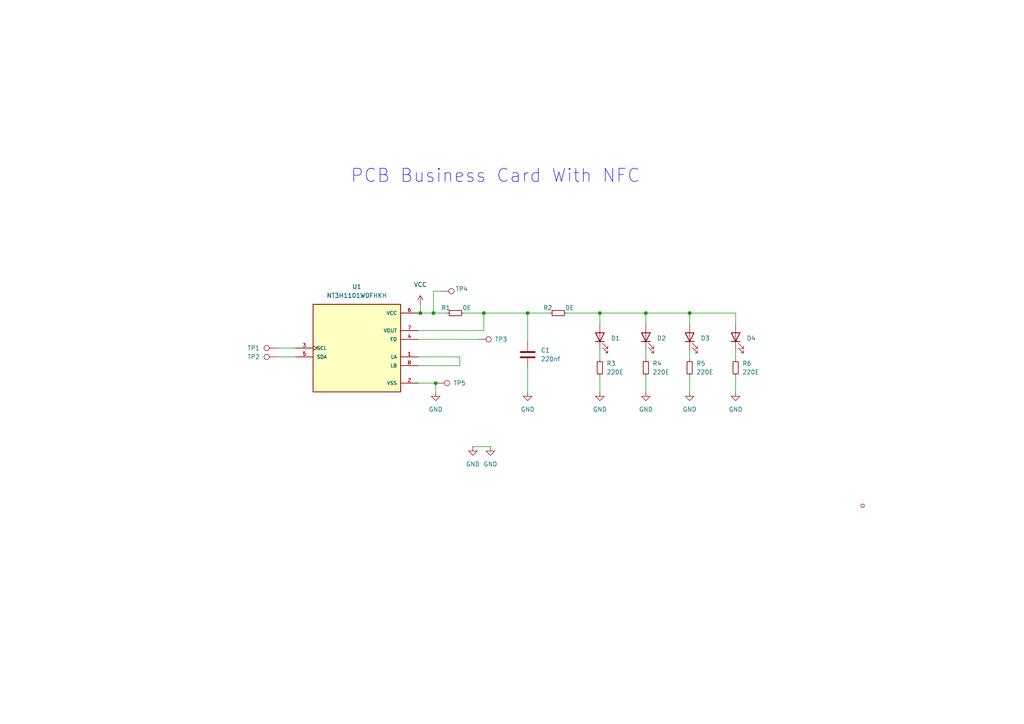
<source format=kicad_sch>
(kicad_sch
	(version 20231120)
	(generator "eeschema")
	(generator_version "8.0")
	(uuid "7f5acc34-4bdc-4614-918e-a91e0be7a014")
	(paper "A4")
	(lib_symbols
		(symbol "Connector:TestPoint"
			(pin_numbers hide)
			(pin_names
				(offset 0.762) hide)
			(exclude_from_sim no)
			(in_bom yes)
			(on_board yes)
			(property "Reference" "TP"
				(at 0 6.858 0)
				(effects
					(font
						(size 1.27 1.27)
					)
				)
			)
			(property "Value" "TestPoint"
				(at 0 5.08 0)
				(effects
					(font
						(size 1.27 1.27)
					)
				)
			)
			(property "Footprint" ""
				(at 5.08 0 0)
				(effects
					(font
						(size 1.27 1.27)
					)
					(hide yes)
				)
			)
			(property "Datasheet" "~"
				(at 5.08 0 0)
				(effects
					(font
						(size 1.27 1.27)
					)
					(hide yes)
				)
			)
			(property "Description" "test point"
				(at 0 0 0)
				(effects
					(font
						(size 1.27 1.27)
					)
					(hide yes)
				)
			)
			(property "ki_keywords" "test point tp"
				(at 0 0 0)
				(effects
					(font
						(size 1.27 1.27)
					)
					(hide yes)
				)
			)
			(property "ki_fp_filters" "Pin* Test*"
				(at 0 0 0)
				(effects
					(font
						(size 1.27 1.27)
					)
					(hide yes)
				)
			)
			(symbol "TestPoint_0_1"
				(circle
					(center 0 3.302)
					(radius 0.762)
					(stroke
						(width 0)
						(type default)
					)
					(fill
						(type none)
					)
				)
			)
			(symbol "TestPoint_1_1"
				(pin passive line
					(at 0 0 90)
					(length 2.54)
					(name "1"
						(effects
							(font
								(size 1.27 1.27)
							)
						)
					)
					(number "1"
						(effects
							(font
								(size 1.27 1.27)
							)
						)
					)
				)
			)
		)
		(symbol "Connector:TestPoint_Small"
			(pin_numbers hide)
			(pin_names
				(offset 0.762) hide)
			(exclude_from_sim no)
			(in_bom yes)
			(on_board yes)
			(property "Reference" "TP"
				(at 0 3.81 0)
				(effects
					(font
						(size 1.27 1.27)
					)
				)
			)
			(property "Value" "TestPoint_Small"
				(at 0 2.032 0)
				(effects
					(font
						(size 1.27 1.27)
					)
				)
			)
			(property "Footprint" ""
				(at 5.08 0 0)
				(effects
					(font
						(size 1.27 1.27)
					)
					(hide yes)
				)
			)
			(property "Datasheet" "~"
				(at 5.08 0 0)
				(effects
					(font
						(size 1.27 1.27)
					)
					(hide yes)
				)
			)
			(property "Description" "test point"
				(at 0 0 0)
				(effects
					(font
						(size 1.27 1.27)
					)
					(hide yes)
				)
			)
			(property "ki_keywords" "test point tp"
				(at 0 0 0)
				(effects
					(font
						(size 1.27 1.27)
					)
					(hide yes)
				)
			)
			(property "ki_fp_filters" "Pin* Test*"
				(at 0 0 0)
				(effects
					(font
						(size 1.27 1.27)
					)
					(hide yes)
				)
			)
			(symbol "TestPoint_Small_0_1"
				(circle
					(center 0 0)
					(radius 0.508)
					(stroke
						(width 0)
						(type default)
					)
					(fill
						(type none)
					)
				)
			)
			(symbol "TestPoint_Small_1_1"
				(pin passive line
					(at 0 0 90)
					(length 0)
					(name "1"
						(effects
							(font
								(size 1.27 1.27)
							)
						)
					)
					(number "1"
						(effects
							(font
								(size 1.27 1.27)
							)
						)
					)
				)
			)
		)
		(symbol "Device:C"
			(pin_numbers hide)
			(pin_names
				(offset 0.254)
			)
			(exclude_from_sim no)
			(in_bom yes)
			(on_board yes)
			(property "Reference" "C"
				(at 0.635 2.54 0)
				(effects
					(font
						(size 1.27 1.27)
					)
					(justify left)
				)
			)
			(property "Value" "C"
				(at 0.635 -2.54 0)
				(effects
					(font
						(size 1.27 1.27)
					)
					(justify left)
				)
			)
			(property "Footprint" ""
				(at 0.9652 -3.81 0)
				(effects
					(font
						(size 1.27 1.27)
					)
					(hide yes)
				)
			)
			(property "Datasheet" "~"
				(at 0 0 0)
				(effects
					(font
						(size 1.27 1.27)
					)
					(hide yes)
				)
			)
			(property "Description" "Unpolarized capacitor"
				(at 0 0 0)
				(effects
					(font
						(size 1.27 1.27)
					)
					(hide yes)
				)
			)
			(property "ki_keywords" "cap capacitor"
				(at 0 0 0)
				(effects
					(font
						(size 1.27 1.27)
					)
					(hide yes)
				)
			)
			(property "ki_fp_filters" "C_*"
				(at 0 0 0)
				(effects
					(font
						(size 1.27 1.27)
					)
					(hide yes)
				)
			)
			(symbol "C_0_1"
				(polyline
					(pts
						(xy -2.032 -0.762) (xy 2.032 -0.762)
					)
					(stroke
						(width 0.508)
						(type default)
					)
					(fill
						(type none)
					)
				)
				(polyline
					(pts
						(xy -2.032 0.762) (xy 2.032 0.762)
					)
					(stroke
						(width 0.508)
						(type default)
					)
					(fill
						(type none)
					)
				)
			)
			(symbol "C_1_1"
				(pin passive line
					(at 0 3.81 270)
					(length 2.794)
					(name "~"
						(effects
							(font
								(size 1.27 1.27)
							)
						)
					)
					(number "1"
						(effects
							(font
								(size 1.27 1.27)
							)
						)
					)
				)
				(pin passive line
					(at 0 -3.81 90)
					(length 2.794)
					(name "~"
						(effects
							(font
								(size 1.27 1.27)
							)
						)
					)
					(number "2"
						(effects
							(font
								(size 1.27 1.27)
							)
						)
					)
				)
			)
		)
		(symbol "Device:LED"
			(pin_numbers hide)
			(pin_names
				(offset 1.016) hide)
			(exclude_from_sim no)
			(in_bom yes)
			(on_board yes)
			(property "Reference" "D"
				(at 0 2.54 0)
				(effects
					(font
						(size 1.27 1.27)
					)
				)
			)
			(property "Value" "LED"
				(at 0 -2.54 0)
				(effects
					(font
						(size 1.27 1.27)
					)
				)
			)
			(property "Footprint" ""
				(at 0 0 0)
				(effects
					(font
						(size 1.27 1.27)
					)
					(hide yes)
				)
			)
			(property "Datasheet" "~"
				(at 0 0 0)
				(effects
					(font
						(size 1.27 1.27)
					)
					(hide yes)
				)
			)
			(property "Description" "Light emitting diode"
				(at 0 0 0)
				(effects
					(font
						(size 1.27 1.27)
					)
					(hide yes)
				)
			)
			(property "ki_keywords" "LED diode"
				(at 0 0 0)
				(effects
					(font
						(size 1.27 1.27)
					)
					(hide yes)
				)
			)
			(property "ki_fp_filters" "LED* LED_SMD:* LED_THT:*"
				(at 0 0 0)
				(effects
					(font
						(size 1.27 1.27)
					)
					(hide yes)
				)
			)
			(symbol "LED_0_1"
				(polyline
					(pts
						(xy -1.27 -1.27) (xy -1.27 1.27)
					)
					(stroke
						(width 0.254)
						(type default)
					)
					(fill
						(type none)
					)
				)
				(polyline
					(pts
						(xy -1.27 0) (xy 1.27 0)
					)
					(stroke
						(width 0)
						(type default)
					)
					(fill
						(type none)
					)
				)
				(polyline
					(pts
						(xy 1.27 -1.27) (xy 1.27 1.27) (xy -1.27 0) (xy 1.27 -1.27)
					)
					(stroke
						(width 0.254)
						(type default)
					)
					(fill
						(type none)
					)
				)
				(polyline
					(pts
						(xy -3.048 -0.762) (xy -4.572 -2.286) (xy -3.81 -2.286) (xy -4.572 -2.286) (xy -4.572 -1.524)
					)
					(stroke
						(width 0)
						(type default)
					)
					(fill
						(type none)
					)
				)
				(polyline
					(pts
						(xy -1.778 -0.762) (xy -3.302 -2.286) (xy -2.54 -2.286) (xy -3.302 -2.286) (xy -3.302 -1.524)
					)
					(stroke
						(width 0)
						(type default)
					)
					(fill
						(type none)
					)
				)
			)
			(symbol "LED_1_1"
				(pin passive line
					(at -3.81 0 0)
					(length 2.54)
					(name "K"
						(effects
							(font
								(size 1.27 1.27)
							)
						)
					)
					(number "1"
						(effects
							(font
								(size 1.27 1.27)
							)
						)
					)
				)
				(pin passive line
					(at 3.81 0 180)
					(length 2.54)
					(name "A"
						(effects
							(font
								(size 1.27 1.27)
							)
						)
					)
					(number "2"
						(effects
							(font
								(size 1.27 1.27)
							)
						)
					)
				)
			)
		)
		(symbol "Device:R_Small"
			(pin_numbers hide)
			(pin_names
				(offset 0.254) hide)
			(exclude_from_sim no)
			(in_bom yes)
			(on_board yes)
			(property "Reference" "R"
				(at 0.762 0.508 0)
				(effects
					(font
						(size 1.27 1.27)
					)
					(justify left)
				)
			)
			(property "Value" "R_Small"
				(at 0.762 -1.016 0)
				(effects
					(font
						(size 1.27 1.27)
					)
					(justify left)
				)
			)
			(property "Footprint" ""
				(at 0 0 0)
				(effects
					(font
						(size 1.27 1.27)
					)
					(hide yes)
				)
			)
			(property "Datasheet" "~"
				(at 0 0 0)
				(effects
					(font
						(size 1.27 1.27)
					)
					(hide yes)
				)
			)
			(property "Description" "Resistor, small symbol"
				(at 0 0 0)
				(effects
					(font
						(size 1.27 1.27)
					)
					(hide yes)
				)
			)
			(property "ki_keywords" "R resistor"
				(at 0 0 0)
				(effects
					(font
						(size 1.27 1.27)
					)
					(hide yes)
				)
			)
			(property "ki_fp_filters" "R_*"
				(at 0 0 0)
				(effects
					(font
						(size 1.27 1.27)
					)
					(hide yes)
				)
			)
			(symbol "R_Small_0_1"
				(rectangle
					(start -0.762 1.778)
					(end 0.762 -1.778)
					(stroke
						(width 0.2032)
						(type default)
					)
					(fill
						(type none)
					)
				)
			)
			(symbol "R_Small_1_1"
				(pin passive line
					(at 0 2.54 270)
					(length 0.762)
					(name "~"
						(effects
							(font
								(size 1.27 1.27)
							)
						)
					)
					(number "1"
						(effects
							(font
								(size 1.27 1.27)
							)
						)
					)
				)
				(pin passive line
					(at 0 -2.54 90)
					(length 0.762)
					(name "~"
						(effects
							(font
								(size 1.27 1.27)
							)
						)
					)
					(number "2"
						(effects
							(font
								(size 1.27 1.27)
							)
						)
					)
				)
			)
		)
		(symbol "GND_1"
			(power)
			(pin_numbers hide)
			(pin_names
				(offset 0) hide)
			(exclude_from_sim no)
			(in_bom yes)
			(on_board yes)
			(property "Reference" "#PWR"
				(at 0 -6.35 0)
				(effects
					(font
						(size 1.27 1.27)
					)
					(hide yes)
				)
			)
			(property "Value" "GND"
				(at 0 -3.81 0)
				(effects
					(font
						(size 1.27 1.27)
					)
				)
			)
			(property "Footprint" ""
				(at 0 0 0)
				(effects
					(font
						(size 1.27 1.27)
					)
					(hide yes)
				)
			)
			(property "Datasheet" ""
				(at 0 0 0)
				(effects
					(font
						(size 1.27 1.27)
					)
					(hide yes)
				)
			)
			(property "Description" "Power symbol creates a global label with name \"GND\" , ground"
				(at 0 0 0)
				(effects
					(font
						(size 1.27 1.27)
					)
					(hide yes)
				)
			)
			(property "ki_keywords" "global power"
				(at 0 0 0)
				(effects
					(font
						(size 1.27 1.27)
					)
					(hide yes)
				)
			)
			(symbol "GND_1_0_1"
				(polyline
					(pts
						(xy 0 0) (xy 0 -1.27) (xy 1.27 -1.27) (xy 0 -2.54) (xy -1.27 -1.27) (xy 0 -1.27)
					)
					(stroke
						(width 0)
						(type default)
					)
					(fill
						(type none)
					)
				)
			)
			(symbol "GND_1_1_1"
				(pin power_in line
					(at 0 0 270)
					(length 0)
					(name "~"
						(effects
							(font
								(size 1.27 1.27)
							)
						)
					)
					(number "1"
						(effects
							(font
								(size 1.27 1.27)
							)
						)
					)
				)
			)
		)
		(symbol "GND_2"
			(power)
			(pin_numbers hide)
			(pin_names
				(offset 0) hide)
			(exclude_from_sim no)
			(in_bom yes)
			(on_board yes)
			(property "Reference" "#PWR"
				(at 0 -6.35 0)
				(effects
					(font
						(size 1.27 1.27)
					)
					(hide yes)
				)
			)
			(property "Value" "GND"
				(at 0 -3.81 0)
				(effects
					(font
						(size 1.27 1.27)
					)
				)
			)
			(property "Footprint" ""
				(at 0 0 0)
				(effects
					(font
						(size 1.27 1.27)
					)
					(hide yes)
				)
			)
			(property "Datasheet" ""
				(at 0 0 0)
				(effects
					(font
						(size 1.27 1.27)
					)
					(hide yes)
				)
			)
			(property "Description" "Power symbol creates a global label with name \"GND\" , ground"
				(at 0 0 0)
				(effects
					(font
						(size 1.27 1.27)
					)
					(hide yes)
				)
			)
			(property "ki_keywords" "global power"
				(at 0 0 0)
				(effects
					(font
						(size 1.27 1.27)
					)
					(hide yes)
				)
			)
			(symbol "GND_2_0_1"
				(polyline
					(pts
						(xy 0 0) (xy 0 -1.27) (xy 1.27 -1.27) (xy 0 -2.54) (xy -1.27 -1.27) (xy 0 -1.27)
					)
					(stroke
						(width 0)
						(type default)
					)
					(fill
						(type none)
					)
				)
			)
			(symbol "GND_2_1_1"
				(pin power_in line
					(at 0 0 270)
					(length 0)
					(name "~"
						(effects
							(font
								(size 1.27 1.27)
							)
						)
					)
					(number "1"
						(effects
							(font
								(size 1.27 1.27)
							)
						)
					)
				)
			)
		)
		(symbol "NT3H1101W0FHKH:NT3H1101W0FHKH"
			(pin_names
				(offset 1.016)
			)
			(exclude_from_sim no)
			(in_bom yes)
			(on_board yes)
			(property "Reference" "U"
				(at -12.7 13.462 0)
				(effects
					(font
						(size 1.27 1.27)
					)
					(justify left bottom)
				)
			)
			(property "Value" "NT3H1101W0FHKH"
				(at -12.7 -15.24 0)
				(effects
					(font
						(size 1.27 1.27)
					)
					(justify left bottom)
				)
			)
			(property "Footprint" "IC_NT3H1101W0FHKH"
				(at 0 0 0)
				(effects
					(font
						(size 1.27 1.27)
					)
					(justify bottom)
					(hide yes)
				)
			)
			(property "Datasheet" ""
				(at 0 0 0)
				(effects
					(font
						(size 1.27 1.27)
					)
					(hide yes)
				)
			)
			(property "Description" ""
				(at 0 0 0)
				(effects
					(font
						(size 1.27 1.27)
					)
					(hide yes)
				)
			)
			(property "MANUFACTURER" "NXP"
				(at 0 0 0)
				(effects
					(font
						(size 1.27 1.27)
					)
					(justify bottom)
					(hide yes)
				)
			)
			(property "SNAPEDA_PACKAGE_ID" "7291"
				(at 0 0 0)
				(effects
					(font
						(size 1.27 1.27)
					)
					(justify bottom)
					(hide yes)
				)
			)
			(property "STANDARD" "Manufacturer Recommendations"
				(at 0 0 0)
				(effects
					(font
						(size 1.27 1.27)
					)
					(justify bottom)
					(hide yes)
				)
			)
			(property "PARTREV" "3.3"
				(at 0 0 0)
				(effects
					(font
						(size 1.27 1.27)
					)
					(justify bottom)
					(hide yes)
				)
			)
			(property "MAXIMUM_PACKAGE_HEIGHT" "0.5mm"
				(at 0 0 0)
				(effects
					(font
						(size 1.27 1.27)
					)
					(justify bottom)
					(hide yes)
				)
			)
			(symbol "NT3H1101W0FHKH_0_0"
				(rectangle
					(start -12.7 -12.7)
					(end 12.7 12.7)
					(stroke
						(width 0.254)
						(type default)
					)
					(fill
						(type background)
					)
				)
				(pin bidirectional line
					(at 17.78 -2.54 180)
					(length 5.08)
					(name "LA"
						(effects
							(font
								(size 1.016 1.016)
							)
						)
					)
					(number "1"
						(effects
							(font
								(size 1.016 1.016)
							)
						)
					)
				)
				(pin power_in line
					(at 17.78 -10.16 180)
					(length 5.08)
					(name "VSS"
						(effects
							(font
								(size 1.016 1.016)
							)
						)
					)
					(number "2"
						(effects
							(font
								(size 1.016 1.016)
							)
						)
					)
				)
				(pin input clock
					(at -17.78 0 0)
					(length 5.08)
					(name "SCL"
						(effects
							(font
								(size 1.016 1.016)
							)
						)
					)
					(number "3"
						(effects
							(font
								(size 1.016 1.016)
							)
						)
					)
				)
				(pin output line
					(at 17.78 2.54 180)
					(length 5.08)
					(name "FD"
						(effects
							(font
								(size 1.016 1.016)
							)
						)
					)
					(number "4"
						(effects
							(font
								(size 1.016 1.016)
							)
						)
					)
				)
				(pin bidirectional line
					(at -17.78 -2.54 0)
					(length 5.08)
					(name "SDA"
						(effects
							(font
								(size 1.016 1.016)
							)
						)
					)
					(number "5"
						(effects
							(font
								(size 1.016 1.016)
							)
						)
					)
				)
				(pin power_in line
					(at 17.78 10.16 180)
					(length 5.08)
					(name "VCC"
						(effects
							(font
								(size 1.016 1.016)
							)
						)
					)
					(number "6"
						(effects
							(font
								(size 1.016 1.016)
							)
						)
					)
				)
				(pin output line
					(at 17.78 5.08 180)
					(length 5.08)
					(name "VOUT"
						(effects
							(font
								(size 1.016 1.016)
							)
						)
					)
					(number "7"
						(effects
							(font
								(size 1.016 1.016)
							)
						)
					)
				)
				(pin bidirectional line
					(at 17.78 -5.08 180)
					(length 5.08)
					(name "LB"
						(effects
							(font
								(size 1.016 1.016)
							)
						)
					)
					(number "8"
						(effects
							(font
								(size 1.016 1.016)
							)
						)
					)
				)
			)
		)
		(symbol "power:GND"
			(power)
			(pin_names
				(offset 0)
			)
			(exclude_from_sim no)
			(in_bom yes)
			(on_board yes)
			(property "Reference" "#PWR"
				(at 0 -6.35 0)
				(effects
					(font
						(size 1.27 1.27)
					)
					(hide yes)
				)
			)
			(property "Value" "GND"
				(at 0 -3.81 0)
				(effects
					(font
						(size 1.27 1.27)
					)
				)
			)
			(property "Footprint" ""
				(at 0 0 0)
				(effects
					(font
						(size 1.27 1.27)
					)
					(hide yes)
				)
			)
			(property "Datasheet" ""
				(at 0 0 0)
				(effects
					(font
						(size 1.27 1.27)
					)
					(hide yes)
				)
			)
			(property "Description" "Power symbol creates a global label with name \"GND\" , ground"
				(at 0 0 0)
				(effects
					(font
						(size 1.27 1.27)
					)
					(hide yes)
				)
			)
			(property "ki_keywords" "power-flag"
				(at 0 0 0)
				(effects
					(font
						(size 1.27 1.27)
					)
					(hide yes)
				)
			)
			(symbol "GND_0_1"
				(polyline
					(pts
						(xy 0 0) (xy 0 -1.27) (xy 1.27 -1.27) (xy 0 -2.54) (xy -1.27 -1.27) (xy 0 -1.27)
					)
					(stroke
						(width 0)
						(type default)
					)
					(fill
						(type none)
					)
				)
			)
			(symbol "GND_1_1"
				(pin power_in line
					(at 0 0 270)
					(length 0) hide
					(name "GND"
						(effects
							(font
								(size 1.27 1.27)
							)
						)
					)
					(number "1"
						(effects
							(font
								(size 1.27 1.27)
							)
						)
					)
				)
			)
		)
		(symbol "power:VCC"
			(power)
			(pin_names
				(offset 0)
			)
			(exclude_from_sim no)
			(in_bom yes)
			(on_board yes)
			(property "Reference" "#PWR"
				(at 0 -3.81 0)
				(effects
					(font
						(size 1.27 1.27)
					)
					(hide yes)
				)
			)
			(property "Value" "VCC"
				(at 0 3.81 0)
				(effects
					(font
						(size 1.27 1.27)
					)
				)
			)
			(property "Footprint" ""
				(at 0 0 0)
				(effects
					(font
						(size 1.27 1.27)
					)
					(hide yes)
				)
			)
			(property "Datasheet" ""
				(at 0 0 0)
				(effects
					(font
						(size 1.27 1.27)
					)
					(hide yes)
				)
			)
			(property "Description" "Power symbol creates a global label with name \"VCC\""
				(at 0 0 0)
				(effects
					(font
						(size 1.27 1.27)
					)
					(hide yes)
				)
			)
			(property "ki_keywords" "power-flag"
				(at 0 0 0)
				(effects
					(font
						(size 1.27 1.27)
					)
					(hide yes)
				)
			)
			(symbol "VCC_0_1"
				(polyline
					(pts
						(xy -0.762 1.27) (xy 0 2.54)
					)
					(stroke
						(width 0)
						(type default)
					)
					(fill
						(type none)
					)
				)
				(polyline
					(pts
						(xy 0 0) (xy 0 2.54)
					)
					(stroke
						(width 0)
						(type default)
					)
					(fill
						(type none)
					)
				)
				(polyline
					(pts
						(xy 0 2.54) (xy 0.762 1.27)
					)
					(stroke
						(width 0)
						(type default)
					)
					(fill
						(type none)
					)
				)
			)
			(symbol "VCC_1_1"
				(pin power_in line
					(at 0 0 90)
					(length 0) hide
					(name "VCC"
						(effects
							(font
								(size 1.27 1.27)
							)
						)
					)
					(number "1"
						(effects
							(font
								(size 1.27 1.27)
							)
						)
					)
				)
			)
		)
	)
	(junction
		(at 173.99 90.805)
		(diameter 0)
		(color 0 0 0 0)
		(uuid "37386ffc-7bfa-43da-ab95-757e6819a2d3")
	)
	(junction
		(at 126.365 111.125)
		(diameter 0)
		(color 0 0 0 0)
		(uuid "4d758095-283b-493a-aa7f-483ff6230876")
	)
	(junction
		(at 140.335 90.805)
		(diameter 0)
		(color 0 0 0 0)
		(uuid "804346ee-33c0-44d5-97a2-ba39edaa3a98")
	)
	(junction
		(at 153.035 90.805)
		(diameter 0)
		(color 0 0 0 0)
		(uuid "8d190742-123e-4a1e-8421-0a1cd0266f62")
	)
	(junction
		(at 125.73 90.805)
		(diameter 0)
		(color 0 0 0 0)
		(uuid "9681769c-d4c4-4f1a-9072-d08ea6a3ceb4")
	)
	(junction
		(at 200.025 90.805)
		(diameter 0)
		(color 0 0 0 0)
		(uuid "ad5372d5-8502-4d70-ad7c-aa2f3b2f3f0f")
	)
	(junction
		(at 187.325 90.805)
		(diameter 0)
		(color 0 0 0 0)
		(uuid "c58e0dc2-256d-4988-b6a0-4bd2f3010c8e")
	)
	(junction
		(at 121.92 90.805)
		(diameter 0)
		(color 0 0 0 0)
		(uuid "dfa8501b-d74e-447b-aafb-19ec36efb7a0")
	)
	(wire
		(pts
			(xy 187.325 90.805) (xy 187.325 93.98)
		)
		(stroke
			(width 0)
			(type default)
		)
		(uuid "0692b572-dc97-432c-9ba4-5829bb4e2674")
	)
	(wire
		(pts
			(xy 80.645 103.505) (xy 85.725 103.505)
		)
		(stroke
			(width 0)
			(type default)
		)
		(uuid "09ee7ed5-b1f1-46b5-8559-09c87feb3223")
	)
	(wire
		(pts
			(xy 121.285 103.505) (xy 133.35 103.505)
		)
		(stroke
			(width 0)
			(type default)
		)
		(uuid "0ae15bca-fc42-421d-9847-6681d5c904e9")
	)
	(wire
		(pts
			(xy 173.99 90.805) (xy 173.99 93.98)
		)
		(stroke
			(width 0)
			(type default)
		)
		(uuid "105aeca6-e713-4154-9fab-b325fbb238bf")
	)
	(wire
		(pts
			(xy 121.92 90.805) (xy 125.73 90.805)
		)
		(stroke
			(width 0)
			(type default)
		)
		(uuid "1b5bb49b-d644-4ab7-976d-c3bf6b7d0233")
	)
	(wire
		(pts
			(xy 213.36 93.98) (xy 213.36 90.805)
		)
		(stroke
			(width 0)
			(type default)
		)
		(uuid "21b0239d-4cc5-4462-b0c0-6fcff35090e4")
	)
	(wire
		(pts
			(xy 173.99 101.6) (xy 173.99 104.14)
		)
		(stroke
			(width 0)
			(type default)
		)
		(uuid "2369b097-3997-4b0e-ba6d-dc65a15ee647")
	)
	(wire
		(pts
			(xy 126.365 111.125) (xy 126.365 113.665)
		)
		(stroke
			(width 0)
			(type default)
		)
		(uuid "242e065b-4829-4e07-ac76-563c82cbec65")
	)
	(wire
		(pts
			(xy 187.325 101.6) (xy 187.325 104.14)
		)
		(stroke
			(width 0)
			(type default)
		)
		(uuid "254c8082-567b-4169-9b9e-2172aac15e9c")
	)
	(wire
		(pts
			(xy 213.36 109.22) (xy 213.36 113.665)
		)
		(stroke
			(width 0)
			(type default)
		)
		(uuid "256a8cdb-c588-43ff-9872-31a3ba801a44")
	)
	(wire
		(pts
			(xy 200.025 109.22) (xy 200.025 113.665)
		)
		(stroke
			(width 0)
			(type default)
		)
		(uuid "359a8ae0-06d7-457c-b8dc-784b9dc3be65")
	)
	(wire
		(pts
			(xy 125.73 84.455) (xy 125.73 90.805)
		)
		(stroke
			(width 0)
			(type default)
		)
		(uuid "3661d0b4-0d38-43ff-bb21-f9350d1f293c")
	)
	(wire
		(pts
			(xy 153.035 90.805) (xy 153.035 99.06)
		)
		(stroke
			(width 0)
			(type default)
		)
		(uuid "37527a03-822b-453f-8484-c20706aaa766")
	)
	(wire
		(pts
			(xy 200.025 90.805) (xy 187.325 90.805)
		)
		(stroke
			(width 0)
			(type default)
		)
		(uuid "42fcf1b9-8d02-4601-8eaf-201d10380300")
	)
	(wire
		(pts
			(xy 125.73 90.805) (xy 129.54 90.805)
		)
		(stroke
			(width 0)
			(type default)
		)
		(uuid "4585de92-0f4c-4ea3-ad87-bd4b7d4bdfe7")
	)
	(wire
		(pts
			(xy 133.35 103.505) (xy 133.35 106.045)
		)
		(stroke
			(width 0)
			(type default)
		)
		(uuid "57c976a1-8aa9-4713-b735-32a74162ee77")
	)
	(wire
		(pts
			(xy 187.325 90.805) (xy 173.99 90.805)
		)
		(stroke
			(width 0)
			(type default)
		)
		(uuid "5e70c39e-7729-4d20-9f0f-f91842f42ca2")
	)
	(wire
		(pts
			(xy 140.335 90.805) (xy 153.035 90.805)
		)
		(stroke
			(width 0)
			(type default)
		)
		(uuid "5ea3f565-f133-4a7b-9c9f-db7a46a8ce4c")
	)
	(wire
		(pts
			(xy 140.335 95.885) (xy 140.335 90.805)
		)
		(stroke
			(width 0)
			(type default)
		)
		(uuid "6165aed1-55e6-4da6-80a3-b506e38250ea")
	)
	(wire
		(pts
			(xy 137.16 129.54) (xy 142.24 129.54)
		)
		(stroke
			(width 0)
			(type default)
		)
		(uuid "6966ef34-b81b-4611-bf5a-2506b3ed13b4")
	)
	(wire
		(pts
			(xy 200.025 101.6) (xy 200.025 104.14)
		)
		(stroke
			(width 0)
			(type default)
		)
		(uuid "6cb20960-f9f0-4fce-bae0-5fb227fd2520")
	)
	(wire
		(pts
			(xy 121.92 88.265) (xy 121.92 90.805)
		)
		(stroke
			(width 0)
			(type default)
		)
		(uuid "6fb688e1-389c-4dbd-a79a-a1d5863717d3")
	)
	(wire
		(pts
			(xy 200.025 90.805) (xy 200.025 93.98)
		)
		(stroke
			(width 0)
			(type default)
		)
		(uuid "70a41ef5-71c0-4006-b517-742e5c06ed8c")
	)
	(wire
		(pts
			(xy 127.635 84.455) (xy 125.73 84.455)
		)
		(stroke
			(width 0)
			(type default)
		)
		(uuid "7bac5338-fee2-4cbe-b5b6-5ad9e0cb5809")
	)
	(wire
		(pts
			(xy 121.285 95.885) (xy 140.335 95.885)
		)
		(stroke
			(width 0)
			(type default)
		)
		(uuid "86ad4319-53a4-4b26-8f2c-58abe441275c")
	)
	(wire
		(pts
			(xy 213.36 101.6) (xy 213.36 104.14)
		)
		(stroke
			(width 0)
			(type default)
		)
		(uuid "8802ed53-1cf0-403e-8b2b-bd839a65255b")
	)
	(wire
		(pts
			(xy 121.285 98.425) (xy 138.43 98.425)
		)
		(stroke
			(width 0)
			(type default)
		)
		(uuid "8c24aab8-9653-4b8d-a2cc-155d9eeefeeb")
	)
	(wire
		(pts
			(xy 121.285 90.805) (xy 121.92 90.805)
		)
		(stroke
			(width 0)
			(type default)
		)
		(uuid "8e56f7c5-f2f1-45b0-a006-2d8c6652e0b0")
	)
	(wire
		(pts
			(xy 80.645 100.965) (xy 85.725 100.965)
		)
		(stroke
			(width 0)
			(type default)
		)
		(uuid "95a23436-f002-4d97-9a56-35773dbb2448")
	)
	(wire
		(pts
			(xy 153.035 106.68) (xy 153.035 113.665)
		)
		(stroke
			(width 0)
			(type default)
		)
		(uuid "9678cbee-eafd-4616-b6e7-9e1053baaf49")
	)
	(wire
		(pts
			(xy 187.325 109.22) (xy 187.325 113.665)
		)
		(stroke
			(width 0)
			(type default)
		)
		(uuid "c42dd4bf-78b6-4ff8-96a0-7da9968721c9")
	)
	(wire
		(pts
			(xy 133.35 106.045) (xy 121.285 106.045)
		)
		(stroke
			(width 0)
			(type default)
		)
		(uuid "c4bb1f27-59ff-4338-ba3c-f5dc01eac9fe")
	)
	(wire
		(pts
			(xy 153.035 90.805) (xy 159.385 90.805)
		)
		(stroke
			(width 0)
			(type default)
		)
		(uuid "c567390a-0518-43a4-bdc5-e85208a0574c")
	)
	(wire
		(pts
			(xy 173.99 109.22) (xy 173.99 113.665)
		)
		(stroke
			(width 0)
			(type default)
		)
		(uuid "d02c82e0-e381-4d37-b784-3bc01b66f03b")
	)
	(wire
		(pts
			(xy 134.62 90.805) (xy 140.335 90.805)
		)
		(stroke
			(width 0)
			(type default)
		)
		(uuid "d2064489-fa09-4565-9516-b0d90d25942e")
	)
	(wire
		(pts
			(xy 164.465 90.805) (xy 173.99 90.805)
		)
		(stroke
			(width 0)
			(type default)
		)
		(uuid "e3201043-c41e-4320-a75b-250ba7b44d53")
	)
	(wire
		(pts
			(xy 213.36 90.805) (xy 200.025 90.805)
		)
		(stroke
			(width 0)
			(type default)
		)
		(uuid "f20ed175-c3ed-46b5-b525-32131ac8926e")
	)
	(wire
		(pts
			(xy 121.285 111.125) (xy 126.365 111.125)
		)
		(stroke
			(width 0)
			(type default)
		)
		(uuid "fb6a9c21-eb17-4644-b884-2b055562aec4")
	)
	(text "PCB Business Card With NFC"
		(exclude_from_sim no)
		(at 101.6 53.34 0)
		(effects
			(font
				(size 3.81 3.81)
			)
			(justify left bottom)
		)
		(uuid "2e292b5d-a690-4788-a442-f6155b14b4da")
	)
	(symbol
		(lib_id "Connector:TestPoint_Small")
		(at 250.19 146.685 0)
		(unit 1)
		(exclude_from_sim no)
		(in_bom yes)
		(on_board yes)
		(dnp no)
		(fields_autoplaced yes)
		(uuid "030adf38-2915-416b-a7eb-550b637f3de6")
		(property "Reference" "TP6"
			(at 251.46 145.4149 0)
			(effects
				(font
					(size 1.27 1.27)
				)
				(justify left)
				(hide yes)
			)
		)
		(property "Value" "TestPoint_Small"
			(at 251.46 147.9549 0)
			(effects
				(font
					(size 1.27 1.27)
				)
				(justify left)
				(hide yes)
			)
		)
		(property "Footprint" ""
			(at 255.27 146.685 0)
			(effects
				(font
					(size 1.27 1.27)
				)
				(hide yes)
			)
		)
		(property "Datasheet" "~"
			(at 255.27 146.685 0)
			(effects
				(font
					(size 1.27 1.27)
				)
				(hide yes)
			)
		)
		(property "Description" ""
			(at 250.19 146.685 0)
			(effects
				(font
					(size 1.27 1.27)
				)
				(hide yes)
			)
		)
		(pin "1"
			(uuid "aea85a9b-f0ba-4825-9336-9428f3479ef2")
		)
		(instances
			(project ""
				(path "/7f5acc34-4bdc-4614-918e-a91e0be7a014"
					(reference "TP6")
					(unit 1)
				)
			)
		)
	)
	(symbol
		(lib_id "power:GND")
		(at 126.365 113.665 0)
		(unit 1)
		(exclude_from_sim no)
		(in_bom yes)
		(on_board yes)
		(dnp no)
		(fields_autoplaced yes)
		(uuid "39e52a45-3584-477e-bae5-96157560c704")
		(property "Reference" "#PWR01"
			(at 126.365 120.015 0)
			(effects
				(font
					(size 1.27 1.27)
				)
				(hide yes)
			)
		)
		(property "Value" "GND"
			(at 126.365 118.745 0)
			(effects
				(font
					(size 1.27 1.27)
				)
			)
		)
		(property "Footprint" ""
			(at 126.365 113.665 0)
			(effects
				(font
					(size 1.27 1.27)
				)
				(hide yes)
			)
		)
		(property "Datasheet" ""
			(at 126.365 113.665 0)
			(effects
				(font
					(size 1.27 1.27)
				)
				(hide yes)
			)
		)
		(property "Description" ""
			(at 126.365 113.665 0)
			(effects
				(font
					(size 1.27 1.27)
				)
				(hide yes)
			)
		)
		(pin "1"
			(uuid "12ab84da-9dad-465c-92a4-84c9da254f31")
		)
		(instances
			(project ""
				(path "/7f5acc34-4bdc-4614-918e-a91e0be7a014"
					(reference "#PWR01")
					(unit 1)
				)
			)
		)
	)
	(symbol
		(lib_name "GND_2")
		(lib_id "power:GND")
		(at 142.24 129.54 0)
		(unit 1)
		(exclude_from_sim no)
		(in_bom yes)
		(on_board yes)
		(dnp no)
		(fields_autoplaced yes)
		(uuid "3d458d11-a825-4de9-93df-034f777af7ac")
		(property "Reference" "#PWR08"
			(at 142.24 135.89 0)
			(effects
				(font
					(size 1.27 1.27)
				)
				(hide yes)
			)
		)
		(property "Value" "GND"
			(at 142.24 134.62 0)
			(effects
				(font
					(size 1.27 1.27)
				)
			)
		)
		(property "Footprint" ""
			(at 142.24 129.54 0)
			(effects
				(font
					(size 1.27 1.27)
				)
				(hide yes)
			)
		)
		(property "Datasheet" ""
			(at 142.24 129.54 0)
			(effects
				(font
					(size 1.27 1.27)
				)
				(hide yes)
			)
		)
		(property "Description" "Power symbol creates a global label with name \"GND\" , ground"
			(at 142.24 129.54 0)
			(effects
				(font
					(size 1.27 1.27)
				)
				(hide yes)
			)
		)
		(pin "1"
			(uuid "23d25cd9-eceb-4bd4-9e78-0dbee41dac8f")
		)
		(instances
			(project ""
				(path "/7f5acc34-4bdc-4614-918e-a91e0be7a014"
					(reference "#PWR08")
					(unit 1)
				)
			)
		)
	)
	(symbol
		(lib_id "power:GND")
		(at 187.325 113.665 0)
		(unit 1)
		(exclude_from_sim no)
		(in_bom yes)
		(on_board yes)
		(dnp no)
		(fields_autoplaced yes)
		(uuid "3f2a2a50-aa78-435f-a3ec-199d791b0813")
		(property "Reference" "#PWR04"
			(at 187.325 120.015 0)
			(effects
				(font
					(size 1.27 1.27)
				)
				(hide yes)
			)
		)
		(property "Value" "GND"
			(at 187.325 118.745 0)
			(effects
				(font
					(size 1.27 1.27)
				)
			)
		)
		(property "Footprint" ""
			(at 187.325 113.665 0)
			(effects
				(font
					(size 1.27 1.27)
				)
				(hide yes)
			)
		)
		(property "Datasheet" ""
			(at 187.325 113.665 0)
			(effects
				(font
					(size 1.27 1.27)
				)
				(hide yes)
			)
		)
		(property "Description" ""
			(at 187.325 113.665 0)
			(effects
				(font
					(size 1.27 1.27)
				)
				(hide yes)
			)
		)
		(pin "1"
			(uuid "1db53edb-3742-4a2b-b2c8-352cae8fae56")
		)
		(instances
			(project ""
				(path "/7f5acc34-4bdc-4614-918e-a91e0be7a014"
					(reference "#PWR04")
					(unit 1)
				)
			)
		)
	)
	(symbol
		(lib_id "power:GND")
		(at 173.99 113.665 0)
		(unit 1)
		(exclude_from_sim no)
		(in_bom yes)
		(on_board yes)
		(dnp no)
		(fields_autoplaced yes)
		(uuid "62dee1d6-abf8-4386-b05c-74b5a6eb260a")
		(property "Reference" "#PWR03"
			(at 173.99 120.015 0)
			(effects
				(font
					(size 1.27 1.27)
				)
				(hide yes)
			)
		)
		(property "Value" "GND"
			(at 173.99 118.745 0)
			(effects
				(font
					(size 1.27 1.27)
				)
			)
		)
		(property "Footprint" ""
			(at 173.99 113.665 0)
			(effects
				(font
					(size 1.27 1.27)
				)
				(hide yes)
			)
		)
		(property "Datasheet" ""
			(at 173.99 113.665 0)
			(effects
				(font
					(size 1.27 1.27)
				)
				(hide yes)
			)
		)
		(property "Description" ""
			(at 173.99 113.665 0)
			(effects
				(font
					(size 1.27 1.27)
				)
				(hide yes)
			)
		)
		(pin "1"
			(uuid "0946d62e-c702-4855-83b3-e13348e6af3d")
		)
		(instances
			(project ""
				(path "/7f5acc34-4bdc-4614-918e-a91e0be7a014"
					(reference "#PWR03")
					(unit 1)
				)
			)
		)
	)
	(symbol
		(lib_name "GND_1")
		(lib_id "power:GND")
		(at 137.16 129.54 0)
		(unit 1)
		(exclude_from_sim no)
		(in_bom yes)
		(on_board yes)
		(dnp no)
		(fields_autoplaced yes)
		(uuid "65fc11fe-a734-4a82-816f-44dd056b5f57")
		(property "Reference" "#PWR02"
			(at 137.16 135.89 0)
			(effects
				(font
					(size 1.27 1.27)
				)
				(hide yes)
			)
		)
		(property "Value" "GND"
			(at 137.16 134.62 0)
			(effects
				(font
					(size 1.27 1.27)
				)
			)
		)
		(property "Footprint" ""
			(at 137.16 129.54 0)
			(effects
				(font
					(size 1.27 1.27)
				)
				(hide yes)
			)
		)
		(property "Datasheet" ""
			(at 137.16 129.54 0)
			(effects
				(font
					(size 1.27 1.27)
				)
				(hide yes)
			)
		)
		(property "Description" "Power symbol creates a global label with name \"GND\" , ground"
			(at 137.16 129.54 0)
			(effects
				(font
					(size 1.27 1.27)
				)
				(hide yes)
			)
		)
		(pin "1"
			(uuid "10fd28b1-a95b-4c2f-85a4-a3ac27052595")
		)
		(instances
			(project ""
				(path "/7f5acc34-4bdc-4614-918e-a91e0be7a014"
					(reference "#PWR02")
					(unit 1)
				)
			)
		)
	)
	(symbol
		(lib_id "Device:C")
		(at 153.035 102.87 0)
		(unit 1)
		(exclude_from_sim no)
		(in_bom yes)
		(on_board yes)
		(dnp no)
		(fields_autoplaced yes)
		(uuid "6afa757b-8ca7-404f-bc20-5f683361bd6d")
		(property "Reference" "C1"
			(at 156.845 101.5999 0)
			(effects
				(font
					(size 1.27 1.27)
				)
				(justify left)
			)
		)
		(property "Value" "220nf"
			(at 156.845 104.1399 0)
			(effects
				(font
					(size 1.27 1.27)
				)
				(justify left)
			)
		)
		(property "Footprint" "Capacitor_SMD:C_0402_1005Metric"
			(at 154.0002 106.68 0)
			(effects
				(font
					(size 1.27 1.27)
				)
				(hide yes)
			)
		)
		(property "Datasheet" "~"
			(at 153.035 102.87 0)
			(effects
				(font
					(size 1.27 1.27)
				)
				(hide yes)
			)
		)
		(property "Description" ""
			(at 153.035 102.87 0)
			(effects
				(font
					(size 1.27 1.27)
				)
				(hide yes)
			)
		)
		(pin "1"
			(uuid "cdb3d52e-7d61-4432-aebf-44edde9e6218")
		)
		(pin "2"
			(uuid "ffae792f-71ac-49fe-935f-3fc508041663")
		)
		(instances
			(project ""
				(path "/7f5acc34-4bdc-4614-918e-a91e0be7a014"
					(reference "C1")
					(unit 1)
				)
			)
		)
	)
	(symbol
		(lib_id "NT3H1101W0FHKH:NT3H1101W0FHKH")
		(at 103.505 100.965 0)
		(unit 1)
		(exclude_from_sim no)
		(in_bom yes)
		(on_board yes)
		(dnp no)
		(fields_autoplaced yes)
		(uuid "6f9a8c71-b4d4-49cb-aee1-c7349e7cfa7d")
		(property "Reference" "U1"
			(at 103.505 83.185 0)
			(effects
				(font
					(size 1.27 1.27)
				)
			)
		)
		(property "Value" "NT3H1101W0FHKH"
			(at 103.505 85.725 0)
			(effects
				(font
					(size 1.27 1.27)
				)
			)
		)
		(property "Footprint" "Shawn_PCB_Business_card:IC_NT3H1101W0FHKH"
			(at 103.505 100.965 0)
			(effects
				(font
					(size 1.27 1.27)
				)
				(justify bottom)
				(hide yes)
			)
		)
		(property "Datasheet" ""
			(at 103.505 100.965 0)
			(effects
				(font
					(size 1.27 1.27)
				)
				(hide yes)
			)
		)
		(property "Description" ""
			(at 103.505 100.965 0)
			(effects
				(font
					(size 1.27 1.27)
				)
				(hide yes)
			)
		)
		(property "MANUFACTURER" "NXP"
			(at 103.505 100.965 0)
			(effects
				(font
					(size 1.27 1.27)
				)
				(justify bottom)
				(hide yes)
			)
		)
		(property "SNAPEDA_PACKAGE_ID" "7291"
			(at 103.505 100.965 0)
			(effects
				(font
					(size 1.27 1.27)
				)
				(justify bottom)
				(hide yes)
			)
		)
		(property "STANDARD" "Manufacturer Recommendations"
			(at 103.505 100.965 0)
			(effects
				(font
					(size 1.27 1.27)
				)
				(justify bottom)
				(hide yes)
			)
		)
		(property "PARTREV" "3.3"
			(at 103.505 100.965 0)
			(effects
				(font
					(size 1.27 1.27)
				)
				(justify bottom)
				(hide yes)
			)
		)
		(property "MAXIMUM_PACKAGE_HEIGHT" "0.5mm"
			(at 103.505 100.965 0)
			(effects
				(font
					(size 1.27 1.27)
				)
				(justify bottom)
				(hide yes)
			)
		)
		(pin "1"
			(uuid "da43069f-51ed-4d68-8c7c-469b83cd0e26")
		)
		(pin "2"
			(uuid "38042dee-cce7-471d-9caf-1c9378e5f58c")
		)
		(pin "3"
			(uuid "e554856b-055c-427b-ae3b-fa1dbf157bad")
		)
		(pin "4"
			(uuid "d8a9bd98-7b11-48d4-b2af-e7f13b0c797b")
		)
		(pin "5"
			(uuid "9b22227d-9352-4dd3-821a-5a37f628aebe")
		)
		(pin "6"
			(uuid "04ea2286-1185-489c-b347-b58ea3c5d3c8")
		)
		(pin "7"
			(uuid "7695d0bc-9c1f-415f-90f2-a6cf85a876ef")
		)
		(pin "8"
			(uuid "9a03eb5c-53b5-4e0a-a459-d2c4c565547b")
		)
		(instances
			(project ""
				(path "/7f5acc34-4bdc-4614-918e-a91e0be7a014"
					(reference "U1")
					(unit 1)
				)
			)
		)
	)
	(symbol
		(lib_id "Device:R_Small")
		(at 173.99 106.68 0)
		(unit 1)
		(exclude_from_sim no)
		(in_bom yes)
		(on_board yes)
		(dnp no)
		(fields_autoplaced yes)
		(uuid "7532b1ab-2490-4c8c-ac44-94c1bd48cbda")
		(property "Reference" "R3"
			(at 175.895 105.4099 0)
			(effects
				(font
					(size 1.27 1.27)
				)
				(justify left)
			)
		)
		(property "Value" "220E"
			(at 175.895 107.9499 0)
			(effects
				(font
					(size 1.27 1.27)
				)
				(justify left)
			)
		)
		(property "Footprint" "Resistor_SMD:R_0402_1005Metric"
			(at 173.99 106.68 0)
			(effects
				(font
					(size 1.27 1.27)
				)
				(hide yes)
			)
		)
		(property "Datasheet" "~"
			(at 173.99 106.68 0)
			(effects
				(font
					(size 1.27 1.27)
				)
				(hide yes)
			)
		)
		(property "Description" ""
			(at 173.99 106.68 0)
			(effects
				(font
					(size 1.27 1.27)
				)
				(hide yes)
			)
		)
		(pin "1"
			(uuid "a2771df9-2544-40e8-8282-6b9377926bb5")
		)
		(pin "2"
			(uuid "cee8689f-380e-49f1-ab5f-3d8430397606")
		)
		(instances
			(project ""
				(path "/7f5acc34-4bdc-4614-918e-a91e0be7a014"
					(reference "R3")
					(unit 1)
				)
			)
		)
	)
	(symbol
		(lib_id "Device:LED")
		(at 213.36 97.79 90)
		(unit 1)
		(exclude_from_sim no)
		(in_bom yes)
		(on_board yes)
		(dnp no)
		(fields_autoplaced yes)
		(uuid "8c38e8ab-5b4f-4e57-ab11-a5262986d6e5")
		(property "Reference" "D4"
			(at 216.535 98.1074 90)
			(effects
				(font
					(size 1.27 1.27)
				)
				(justify right)
			)
		)
		(property "Value" "LED"
			(at 216.535 100.6474 90)
			(effects
				(font
					(size 1.27 1.27)
				)
				(justify right)
				(hide yes)
			)
		)
		(property "Footprint" "LED_SMD:LED_0402_1005Metric"
			(at 213.36 97.79 0)
			(effects
				(font
					(size 1.27 1.27)
				)
				(hide yes)
			)
		)
		(property "Datasheet" "~"
			(at 213.36 97.79 0)
			(effects
				(font
					(size 1.27 1.27)
				)
				(hide yes)
			)
		)
		(property "Description" ""
			(at 213.36 97.79 0)
			(effects
				(font
					(size 1.27 1.27)
				)
				(hide yes)
			)
		)
		(pin "1"
			(uuid "b74fc196-1355-45b4-8389-4010339b296c")
		)
		(pin "2"
			(uuid "ba5a8b00-f783-49bf-a9b6-d2cdaee85f3c")
		)
		(instances
			(project ""
				(path "/7f5acc34-4bdc-4614-918e-a91e0be7a014"
					(reference "D4")
					(unit 1)
				)
			)
		)
	)
	(symbol
		(lib_id "power:VCC")
		(at 121.92 88.265 0)
		(unit 1)
		(exclude_from_sim no)
		(in_bom yes)
		(on_board yes)
		(dnp no)
		(fields_autoplaced yes)
		(uuid "8c7a1be4-d490-46e1-a3f7-27c73586445c")
		(property "Reference" "#PWR0101"
			(at 121.92 92.075 0)
			(effects
				(font
					(size 1.27 1.27)
				)
				(hide yes)
			)
		)
		(property "Value" "VCC"
			(at 121.92 82.55 0)
			(effects
				(font
					(size 1.27 1.27)
				)
			)
		)
		(property "Footprint" ""
			(at 121.92 88.265 0)
			(effects
				(font
					(size 1.27 1.27)
				)
				(hide yes)
			)
		)
		(property "Datasheet" ""
			(at 121.92 88.265 0)
			(effects
				(font
					(size 1.27 1.27)
				)
				(hide yes)
			)
		)
		(property "Description" ""
			(at 121.92 88.265 0)
			(effects
				(font
					(size 1.27 1.27)
				)
				(hide yes)
			)
		)
		(pin "1"
			(uuid "d62ea834-53d9-4592-afa9-d142c3da3ce2")
		)
		(instances
			(project ""
				(path "/7f5acc34-4bdc-4614-918e-a91e0be7a014"
					(reference "#PWR0101")
					(unit 1)
				)
			)
		)
	)
	(symbol
		(lib_id "Device:R_Small")
		(at 132.08 90.805 90)
		(unit 1)
		(exclude_from_sim no)
		(in_bom yes)
		(on_board yes)
		(dnp no)
		(uuid "96e69dbe-feee-446c-990c-f94b2a246396")
		(property "Reference" "R1"
			(at 129.286 89.281 90)
			(effects
				(font
					(size 1.27 1.27)
				)
			)
		)
		(property "Value" "0E"
			(at 135.382 89.281 90)
			(effects
				(font
					(size 1.27 1.27)
				)
			)
		)
		(property "Footprint" "Resistor_SMD:R_0402_1005Metric"
			(at 132.08 90.805 0)
			(effects
				(font
					(size 1.27 1.27)
				)
				(hide yes)
			)
		)
		(property "Datasheet" "~"
			(at 132.08 90.805 0)
			(effects
				(font
					(size 1.27 1.27)
				)
				(hide yes)
			)
		)
		(property "Description" ""
			(at 132.08 90.805 0)
			(effects
				(font
					(size 1.27 1.27)
				)
				(hide yes)
			)
		)
		(pin "1"
			(uuid "7b9bd5aa-6aa1-4a40-978f-64f52f02ee2a")
		)
		(pin "2"
			(uuid "f2284fc4-3c3b-4226-a910-033e7af54b22")
		)
		(instances
			(project ""
				(path "/7f5acc34-4bdc-4614-918e-a91e0be7a014"
					(reference "R1")
					(unit 1)
				)
			)
		)
	)
	(symbol
		(lib_id "power:GND")
		(at 200.025 113.665 0)
		(unit 1)
		(exclude_from_sim no)
		(in_bom yes)
		(on_board yes)
		(dnp no)
		(fields_autoplaced yes)
		(uuid "9e99299a-a4a4-42c3-be7e-f33151316d8a")
		(property "Reference" "#PWR05"
			(at 200.025 120.015 0)
			(effects
				(font
					(size 1.27 1.27)
				)
				(hide yes)
			)
		)
		(property "Value" "GND"
			(at 200.025 118.745 0)
			(effects
				(font
					(size 1.27 1.27)
				)
			)
		)
		(property "Footprint" ""
			(at 200.025 113.665 0)
			(effects
				(font
					(size 1.27 1.27)
				)
				(hide yes)
			)
		)
		(property "Datasheet" ""
			(at 200.025 113.665 0)
			(effects
				(font
					(size 1.27 1.27)
				)
				(hide yes)
			)
		)
		(property "Description" ""
			(at 200.025 113.665 0)
			(effects
				(font
					(size 1.27 1.27)
				)
				(hide yes)
			)
		)
		(pin "1"
			(uuid "d1e7a374-e5b8-443c-9566-d4f8d7943e1d")
		)
		(instances
			(project ""
				(path "/7f5acc34-4bdc-4614-918e-a91e0be7a014"
					(reference "#PWR05")
					(unit 1)
				)
			)
		)
	)
	(symbol
		(lib_id "Connector:TestPoint")
		(at 80.645 103.505 90)
		(unit 1)
		(exclude_from_sim no)
		(in_bom yes)
		(on_board yes)
		(dnp no)
		(uuid "9e9e0191-f930-4b16-a501-e57ac35830dc")
		(property "Reference" "TP2"
			(at 73.533 103.505 90)
			(effects
				(font
					(size 1.27 1.27)
				)
			)
		)
		(property "Value" "TestPoint"
			(at 70.485 103.505 90)
			(effects
				(font
					(size 1.27 1.27)
				)
				(hide yes)
			)
		)
		(property "Footprint" "TestPoint:TestPoint_Pad_D1.0mm"
			(at 80.645 98.425 0)
			(effects
				(font
					(size 1.27 1.27)
				)
				(hide yes)
			)
		)
		(property "Datasheet" "~"
			(at 80.645 98.425 0)
			(effects
				(font
					(size 1.27 1.27)
				)
				(hide yes)
			)
		)
		(property "Description" ""
			(at 80.645 103.505 0)
			(effects
				(font
					(size 1.27 1.27)
				)
				(hide yes)
			)
		)
		(pin "1"
			(uuid "8a8aba62-6a98-4d05-8a1d-698f535e28e8")
		)
		(instances
			(project ""
				(path "/7f5acc34-4bdc-4614-918e-a91e0be7a014"
					(reference "TP2")
					(unit 1)
				)
			)
		)
	)
	(symbol
		(lib_id "Device:R_Small")
		(at 161.925 90.805 90)
		(unit 1)
		(exclude_from_sim no)
		(in_bom yes)
		(on_board yes)
		(dnp no)
		(uuid "a322d789-df58-409b-bbc5-de669eb02950")
		(property "Reference" "R2"
			(at 158.877 89.281 90)
			(effects
				(font
					(size 1.27 1.27)
				)
			)
		)
		(property "Value" "0E"
			(at 165.227 89.281 90)
			(effects
				(font
					(size 1.27 1.27)
				)
			)
		)
		(property "Footprint" "Resistor_SMD:R_0402_1005Metric"
			(at 161.925 90.805 0)
			(effects
				(font
					(size 1.27 1.27)
				)
				(hide yes)
			)
		)
		(property "Datasheet" "~"
			(at 161.925 90.805 0)
			(effects
				(font
					(size 1.27 1.27)
				)
				(hide yes)
			)
		)
		(property "Description" ""
			(at 161.925 90.805 0)
			(effects
				(font
					(size 1.27 1.27)
				)
				(hide yes)
			)
		)
		(pin "1"
			(uuid "f1030336-56eb-4fdd-8bcf-1db16242d8e4")
		)
		(pin "2"
			(uuid "c192b425-4ae4-41bd-8534-4e70ffc653d9")
		)
		(instances
			(project ""
				(path "/7f5acc34-4bdc-4614-918e-a91e0be7a014"
					(reference "R2")
					(unit 1)
				)
			)
		)
	)
	(symbol
		(lib_id "power:GND")
		(at 153.035 113.665 0)
		(unit 1)
		(exclude_from_sim no)
		(in_bom yes)
		(on_board yes)
		(dnp no)
		(fields_autoplaced yes)
		(uuid "bb84b940-2a8c-4017-b509-bd85d81d4d9c")
		(property "Reference" "#PWR07"
			(at 153.035 120.015 0)
			(effects
				(font
					(size 1.27 1.27)
				)
				(hide yes)
			)
		)
		(property "Value" "GND"
			(at 153.035 118.745 0)
			(effects
				(font
					(size 1.27 1.27)
				)
			)
		)
		(property "Footprint" ""
			(at 153.035 113.665 0)
			(effects
				(font
					(size 1.27 1.27)
				)
				(hide yes)
			)
		)
		(property "Datasheet" ""
			(at 153.035 113.665 0)
			(effects
				(font
					(size 1.27 1.27)
				)
				(hide yes)
			)
		)
		(property "Description" ""
			(at 153.035 113.665 0)
			(effects
				(font
					(size 1.27 1.27)
				)
				(hide yes)
			)
		)
		(pin "1"
			(uuid "c7e5218c-6f99-48c0-8c39-63da5459740c")
		)
		(instances
			(project ""
				(path "/7f5acc34-4bdc-4614-918e-a91e0be7a014"
					(reference "#PWR07")
					(unit 1)
				)
			)
		)
	)
	(symbol
		(lib_id "Connector:TestPoint")
		(at 127.635 84.455 270)
		(unit 1)
		(exclude_from_sim no)
		(in_bom yes)
		(on_board yes)
		(dnp no)
		(uuid "bc2763fb-58ac-42c8-bfc1-23150231d4bb")
		(property "Reference" "TP4"
			(at 132.08 83.82 90)
			(effects
				(font
					(size 1.27 1.27)
				)
				(justify left)
			)
		)
		(property "Value" "TestPoint"
			(at 132.715 85.7249 90)
			(effects
				(font
					(size 1.27 1.27)
				)
				(justify left)
				(hide yes)
			)
		)
		(property "Footprint" "TestPoint:TestPoint_Pad_D1.0mm"
			(at 127.635 89.535 0)
			(effects
				(font
					(size 1.27 1.27)
				)
				(hide yes)
			)
		)
		(property "Datasheet" "~"
			(at 127.635 89.535 0)
			(effects
				(font
					(size 1.27 1.27)
				)
				(hide yes)
			)
		)
		(property "Description" ""
			(at 127.635 84.455 0)
			(effects
				(font
					(size 1.27 1.27)
				)
				(hide yes)
			)
		)
		(pin "1"
			(uuid "c620d2c5-99ba-4eeb-964d-29626353f8d7")
		)
		(instances
			(project ""
				(path "/7f5acc34-4bdc-4614-918e-a91e0be7a014"
					(reference "TP4")
					(unit 1)
				)
			)
		)
	)
	(symbol
		(lib_id "Device:R_Small")
		(at 200.025 106.68 0)
		(unit 1)
		(exclude_from_sim no)
		(in_bom yes)
		(on_board yes)
		(dnp no)
		(fields_autoplaced yes)
		(uuid "bed24523-7f29-43c1-8f78-73f7d7c94986")
		(property "Reference" "R5"
			(at 201.93 105.4099 0)
			(effects
				(font
					(size 1.27 1.27)
				)
				(justify left)
			)
		)
		(property "Value" "220E"
			(at 201.93 107.9499 0)
			(effects
				(font
					(size 1.27 1.27)
				)
				(justify left)
			)
		)
		(property "Footprint" "Resistor_SMD:R_0402_1005Metric"
			(at 200.025 106.68 0)
			(effects
				(font
					(size 1.27 1.27)
				)
				(hide yes)
			)
		)
		(property "Datasheet" "~"
			(at 200.025 106.68 0)
			(effects
				(font
					(size 1.27 1.27)
				)
				(hide yes)
			)
		)
		(property "Description" ""
			(at 200.025 106.68 0)
			(effects
				(font
					(size 1.27 1.27)
				)
				(hide yes)
			)
		)
		(pin "1"
			(uuid "1a8ce882-d310-488f-b6f8-2af5bf67e595")
		)
		(pin "2"
			(uuid "ce6bebd6-6b09-4993-8712-be512bb0fe04")
		)
		(instances
			(project ""
				(path "/7f5acc34-4bdc-4614-918e-a91e0be7a014"
					(reference "R5")
					(unit 1)
				)
			)
		)
	)
	(symbol
		(lib_id "Device:LED")
		(at 173.99 97.79 90)
		(unit 1)
		(exclude_from_sim no)
		(in_bom yes)
		(on_board yes)
		(dnp no)
		(fields_autoplaced yes)
		(uuid "c3192b7c-c1b5-4cf2-9776-df2e90c80231")
		(property "Reference" "D1"
			(at 177.165 98.1074 90)
			(effects
				(font
					(size 1.27 1.27)
				)
				(justify right)
			)
		)
		(property "Value" "LED"
			(at 177.165 100.6474 90)
			(effects
				(font
					(size 1.27 1.27)
				)
				(justify right)
				(hide yes)
			)
		)
		(property "Footprint" "LED_SMD:LED_0402_1005Metric"
			(at 173.99 97.79 0)
			(effects
				(font
					(size 1.27 1.27)
				)
				(hide yes)
			)
		)
		(property "Datasheet" "~"
			(at 173.99 97.79 0)
			(effects
				(font
					(size 1.27 1.27)
				)
				(hide yes)
			)
		)
		(property "Description" ""
			(at 173.99 97.79 0)
			(effects
				(font
					(size 1.27 1.27)
				)
				(hide yes)
			)
		)
		(pin "1"
			(uuid "ac02cd27-7fbe-47e5-a9e1-8d4f0c586bb0")
		)
		(pin "2"
			(uuid "3c1bf55b-52a0-4728-b2c7-03b1ee64c04c")
		)
		(instances
			(project ""
				(path "/7f5acc34-4bdc-4614-918e-a91e0be7a014"
					(reference "D1")
					(unit 1)
				)
			)
		)
	)
	(symbol
		(lib_id "Connector:TestPoint")
		(at 138.43 98.425 270)
		(unit 1)
		(exclude_from_sim no)
		(in_bom yes)
		(on_board yes)
		(dnp no)
		(uuid "c85a8915-af69-4861-a1a0-3dc2d8048136")
		(property "Reference" "TP3"
			(at 143.51 98.425 90)
			(effects
				(font
					(size 1.27 1.27)
				)
				(justify left)
			)
		)
		(property "Value" "TestPoint"
			(at 143.51 99.6949 90)
			(effects
				(font
					(size 1.27 1.27)
				)
				(justify left)
				(hide yes)
			)
		)
		(property "Footprint" "TestPoint:TestPoint_Pad_D1.0mm"
			(at 138.43 103.505 0)
			(effects
				(font
					(size 1.27 1.27)
				)
				(hide yes)
			)
		)
		(property "Datasheet" "~"
			(at 138.43 103.505 0)
			(effects
				(font
					(size 1.27 1.27)
				)
				(hide yes)
			)
		)
		(property "Description" ""
			(at 138.43 98.425 0)
			(effects
				(font
					(size 1.27 1.27)
				)
				(hide yes)
			)
		)
		(pin "1"
			(uuid "1d155261-9cd2-4c17-a684-5d2bafc2024f")
		)
		(instances
			(project ""
				(path "/7f5acc34-4bdc-4614-918e-a91e0be7a014"
					(reference "TP3")
					(unit 1)
				)
			)
		)
	)
	(symbol
		(lib_id "Device:R_Small")
		(at 213.36 106.68 0)
		(unit 1)
		(exclude_from_sim no)
		(in_bom yes)
		(on_board yes)
		(dnp no)
		(fields_autoplaced yes)
		(uuid "cbb8ea06-a66f-485f-b740-578beaf6ce1b")
		(property "Reference" "R6"
			(at 215.265 105.4099 0)
			(effects
				(font
					(size 1.27 1.27)
				)
				(justify left)
			)
		)
		(property "Value" "220E"
			(at 215.265 107.9499 0)
			(effects
				(font
					(size 1.27 1.27)
				)
				(justify left)
			)
		)
		(property "Footprint" "Resistor_SMD:R_0402_1005Metric"
			(at 213.36 106.68 0)
			(effects
				(font
					(size 1.27 1.27)
				)
				(hide yes)
			)
		)
		(property "Datasheet" "~"
			(at 213.36 106.68 0)
			(effects
				(font
					(size 1.27 1.27)
				)
				(hide yes)
			)
		)
		(property "Description" ""
			(at 213.36 106.68 0)
			(effects
				(font
					(size 1.27 1.27)
				)
				(hide yes)
			)
		)
		(pin "1"
			(uuid "ef250a3d-e563-4dc6-b0a3-a1ac25e3e7eb")
		)
		(pin "2"
			(uuid "ee9dcabf-5499-4771-8e2b-f9ca44e7528b")
		)
		(instances
			(project ""
				(path "/7f5acc34-4bdc-4614-918e-a91e0be7a014"
					(reference "R6")
					(unit 1)
				)
			)
		)
	)
	(symbol
		(lib_id "Device:LED")
		(at 200.025 97.79 90)
		(unit 1)
		(exclude_from_sim no)
		(in_bom yes)
		(on_board yes)
		(dnp no)
		(fields_autoplaced yes)
		(uuid "d11ffbe9-81ac-482e-9c66-d7fe242b6492")
		(property "Reference" "D3"
			(at 203.2 98.1074 90)
			(effects
				(font
					(size 1.27 1.27)
				)
				(justify right)
			)
		)
		(property "Value" "LED"
			(at 203.2 100.6474 90)
			(effects
				(font
					(size 1.27 1.27)
				)
				(justify right)
				(hide yes)
			)
		)
		(property "Footprint" "LED_SMD:LED_0402_1005Metric"
			(at 200.025 97.79 0)
			(effects
				(font
					(size 1.27 1.27)
				)
				(hide yes)
			)
		)
		(property "Datasheet" "~"
			(at 200.025 97.79 0)
			(effects
				(font
					(size 1.27 1.27)
				)
				(hide yes)
			)
		)
		(property "Description" ""
			(at 200.025 97.79 0)
			(effects
				(font
					(size 1.27 1.27)
				)
				(hide yes)
			)
		)
		(pin "1"
			(uuid "5a755ba0-9652-4c36-b8c1-ea4f21ceed95")
		)
		(pin "2"
			(uuid "b9b9da71-0dd6-4a8b-b87c-b04139e52be9")
		)
		(instances
			(project ""
				(path "/7f5acc34-4bdc-4614-918e-a91e0be7a014"
					(reference "D3")
					(unit 1)
				)
			)
		)
	)
	(symbol
		(lib_id "Connector:TestPoint")
		(at 126.365 111.125 270)
		(unit 1)
		(exclude_from_sim no)
		(in_bom yes)
		(on_board yes)
		(dnp no)
		(uuid "db4218e3-b02b-4f39-97d3-f74a71ceff15")
		(property "Reference" "TP5"
			(at 131.445 111.125 90)
			(effects
				(font
					(size 1.27 1.27)
				)
				(justify left)
			)
		)
		(property "Value" "TestPoint"
			(at 131.445 112.3949 90)
			(effects
				(font
					(size 1.27 1.27)
				)
				(justify left)
				(hide yes)
			)
		)
		(property "Footprint" "TestPoint:TestPoint_Pad_D1.0mm"
			(at 126.365 116.205 0)
			(effects
				(font
					(size 1.27 1.27)
				)
				(hide yes)
			)
		)
		(property "Datasheet" "~"
			(at 126.365 116.205 0)
			(effects
				(font
					(size 1.27 1.27)
				)
				(hide yes)
			)
		)
		(property "Description" ""
			(at 126.365 111.125 0)
			(effects
				(font
					(size 1.27 1.27)
				)
				(hide yes)
			)
		)
		(pin "1"
			(uuid "7ec71719-7129-483e-b60b-5a0c2a76a929")
		)
		(instances
			(project ""
				(path "/7f5acc34-4bdc-4614-918e-a91e0be7a014"
					(reference "TP5")
					(unit 1)
				)
			)
		)
	)
	(symbol
		(lib_id "Device:LED")
		(at 187.325 97.79 90)
		(unit 1)
		(exclude_from_sim no)
		(in_bom yes)
		(on_board yes)
		(dnp no)
		(fields_autoplaced yes)
		(uuid "dea3025c-714a-44bb-9fa0-3664d9935f41")
		(property "Reference" "D2"
			(at 190.5 98.1074 90)
			(effects
				(font
					(size 1.27 1.27)
				)
				(justify right)
			)
		)
		(property "Value" "LED"
			(at 190.5 100.6474 90)
			(effects
				(font
					(size 1.27 1.27)
				)
				(justify right)
				(hide yes)
			)
		)
		(property "Footprint" "LED_SMD:LED_0402_1005Metric"
			(at 187.325 97.79 0)
			(effects
				(font
					(size 1.27 1.27)
				)
				(hide yes)
			)
		)
		(property "Datasheet" "~"
			(at 187.325 97.79 0)
			(effects
				(font
					(size 1.27 1.27)
				)
				(hide yes)
			)
		)
		(property "Description" ""
			(at 187.325 97.79 0)
			(effects
				(font
					(size 1.27 1.27)
				)
				(hide yes)
			)
		)
		(pin "1"
			(uuid "f8181b80-876b-4836-81b8-b5fc4fefd2b1")
		)
		(pin "2"
			(uuid "8c039ed4-ab9f-4fad-b46b-f1342889f770")
		)
		(instances
			(project ""
				(path "/7f5acc34-4bdc-4614-918e-a91e0be7a014"
					(reference "D2")
					(unit 1)
				)
			)
		)
	)
	(symbol
		(lib_id "Device:R_Small")
		(at 187.325 106.68 0)
		(unit 1)
		(exclude_from_sim no)
		(in_bom yes)
		(on_board yes)
		(dnp no)
		(fields_autoplaced yes)
		(uuid "e97fc224-14b9-459f-b0e2-182d229d1738")
		(property "Reference" "R4"
			(at 189.23 105.4099 0)
			(effects
				(font
					(size 1.27 1.27)
				)
				(justify left)
			)
		)
		(property "Value" "220E"
			(at 189.23 107.9499 0)
			(effects
				(font
					(size 1.27 1.27)
				)
				(justify left)
			)
		)
		(property "Footprint" "Resistor_SMD:R_0402_1005Metric"
			(at 187.325 106.68 0)
			(effects
				(font
					(size 1.27 1.27)
				)
				(hide yes)
			)
		)
		(property "Datasheet" "~"
			(at 187.325 106.68 0)
			(effects
				(font
					(size 1.27 1.27)
				)
				(hide yes)
			)
		)
		(property "Description" ""
			(at 187.325 106.68 0)
			(effects
				(font
					(size 1.27 1.27)
				)
				(hide yes)
			)
		)
		(pin "1"
			(uuid "0ded8a6e-8c14-413e-a728-2010aa3c0c5c")
		)
		(pin "2"
			(uuid "91570f86-dcc5-43bf-be8c-3de41bfbfe4c")
		)
		(instances
			(project ""
				(path "/7f5acc34-4bdc-4614-918e-a91e0be7a014"
					(reference "R4")
					(unit 1)
				)
			)
		)
	)
	(symbol
		(lib_id "Connector:TestPoint")
		(at 80.645 100.965 90)
		(unit 1)
		(exclude_from_sim no)
		(in_bom yes)
		(on_board yes)
		(dnp no)
		(uuid "ebc5df95-f88c-4694-ba49-c4214fd5cf7a")
		(property "Reference" "TP1"
			(at 73.533 100.965 90)
			(effects
				(font
					(size 1.27 1.27)
				)
			)
		)
		(property "Value" "TestPoint"
			(at 70.485 100.965 90)
			(effects
				(font
					(size 1.27 1.27)
				)
				(hide yes)
			)
		)
		(property "Footprint" "TestPoint:TestPoint_Pad_D1.0mm"
			(at 80.645 95.885 0)
			(effects
				(font
					(size 1.27 1.27)
				)
				(hide yes)
			)
		)
		(property "Datasheet" "~"
			(at 80.645 95.885 0)
			(effects
				(font
					(size 1.27 1.27)
				)
				(hide yes)
			)
		)
		(property "Description" ""
			(at 80.645 100.965 0)
			(effects
				(font
					(size 1.27 1.27)
				)
				(hide yes)
			)
		)
		(pin "1"
			(uuid "3080fe7b-1ccd-4249-bf09-18ddb40d57df")
		)
		(instances
			(project ""
				(path "/7f5acc34-4bdc-4614-918e-a91e0be7a014"
					(reference "TP1")
					(unit 1)
				)
			)
		)
	)
	(symbol
		(lib_id "power:GND")
		(at 213.36 113.665 0)
		(unit 1)
		(exclude_from_sim no)
		(in_bom yes)
		(on_board yes)
		(dnp no)
		(fields_autoplaced yes)
		(uuid "f538048e-fd48-403b-a390-b500b320595e")
		(property "Reference" "#PWR06"
			(at 213.36 120.015 0)
			(effects
				(font
					(size 1.27 1.27)
				)
				(hide yes)
			)
		)
		(property "Value" "GND"
			(at 213.36 118.745 0)
			(effects
				(font
					(size 1.27 1.27)
				)
			)
		)
		(property "Footprint" ""
			(at 213.36 113.665 0)
			(effects
				(font
					(size 1.27 1.27)
				)
				(hide yes)
			)
		)
		(property "Datasheet" ""
			(at 213.36 113.665 0)
			(effects
				(font
					(size 1.27 1.27)
				)
				(hide yes)
			)
		)
		(property "Description" ""
			(at 213.36 113.665 0)
			(effects
				(font
					(size 1.27 1.27)
				)
				(hide yes)
			)
		)
		(pin "1"
			(uuid "71d30fbc-5e70-4d73-b76b-1a44b4669813")
		)
		(instances
			(project ""
				(path "/7f5acc34-4bdc-4614-918e-a91e0be7a014"
					(reference "#PWR06")
					(unit 1)
				)
			)
		)
	)
	(sheet_instances
		(path "/"
			(page "1")
		)
	)
)

</source>
